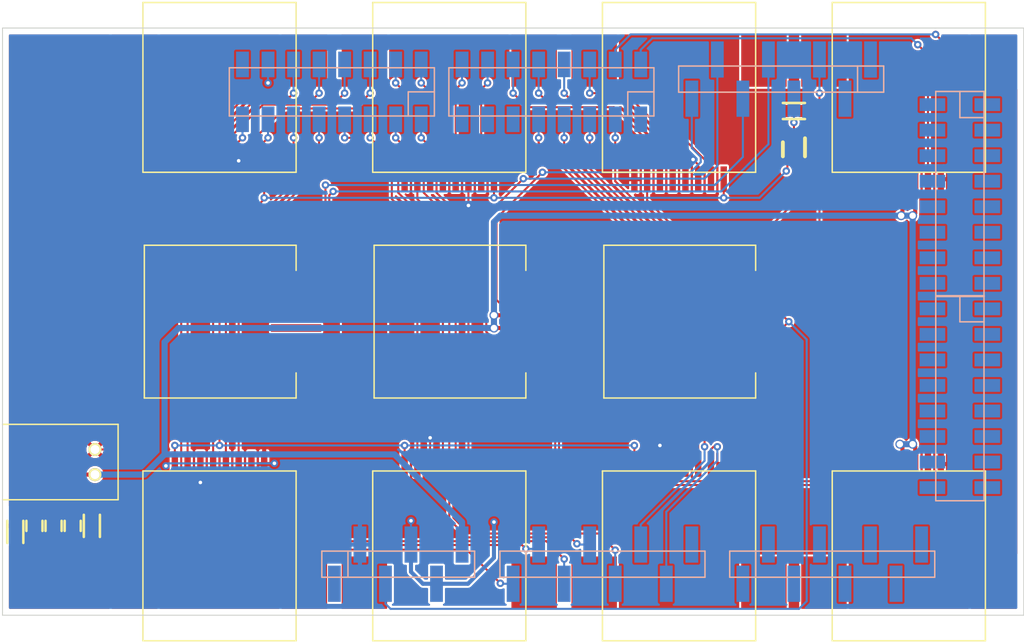
<source format=kicad_pcb>
(kicad_pcb (version 3) (host pcbnew "(2013-07-07 BZR 4022)-stable")
  (layers (15 F.Cu signal) (0 B.Cu signal) (18 B.Paste user) (19 F.Paste user) (20 B.SilkS user) (21 F.SilkS user) (22 B.Mask user) (23 F.Mask user) (28 Edge.Cuts user))
  (net 0 "")
  (net 1 +3.3V)
  (net 2 +5V)
  (net 3 +BATT)
  (net 4 /A0)
  (net 5 /A1)
  (net 6 /A2)
  (net 7 /A3)
  (net 8 /A4)
  (net 9 /A5)
  (net 10 /A6)
  (net 11 /CK10)
  (net 12 /CK11)
  (net 13 /CK12)
  (net 14 /CK13)
  (net 15 /CK2)
  (net 16 /CK3)
  (net 17 /CK4)
  (net 18 /CK5)
  (net 19 /CK6)
  (net 20 /CK7)
  (net 21 /CK71)
  (net 22 /CK72)
  (net 23 /CK73)
  (net 24 /CK74)
  (net 25 /CK78)
  (net 26 /CK79)
  (net 27 /CK8)
  (net 28 /CK80)
  (net 29 /CK81)
  (net 30 /CK82)
  (net 31 /CK83)
  (net 32 /CK84)
  (net 33 /CK85)
  (net 34 /CK9)
  (net 35 /MotorTx)
  (net 36 /RX0)
  (net 37 /RX1)
  (net 38 /RX2)
  (net 39 /RX3)
  (net 40 /TX0)
  (net 41 /TX1)
  (net 42 /TX2)
  (net 43 /TX3)
  (net 44 /VidGnd)
  (net 45 /Video)
  (net 46 GND)
  (net 47 N-0000074)
  (module CONN-WM6469CT (layer F.Cu) (at 140.97 45.72 180)
    (fp_text reference J8 hide)
    (fp_text value DAT hide)
    (pad 1 smd rect (at -4.445 -17.5768 180) (size 0.635 2.54) (layers F.Cu F.Paste F.Mask) (net 40 /TX0))
    (pad 2 smd rect (at -3.175 -17.5768 180) (size 0.635 2.54) (layers F.Cu F.Paste F.Mask) (net 46 GND))
    (pad 3 smd rect (at -1.905 -17.5768 180) (size 0.635 2.54) (layers F.Cu F.Paste F.Mask) (net 36 /RX0))
    (pad 4 smd rect (at -0.635 -17.5768 180) (size 0.635 2.54) (layers F.Cu F.Paste F.Mask) (net 3 +BATT))
    (pad 5 smd rect (at 0.635 -17.5768 180) (size 0.635 2.54) (layers F.Cu F.Paste F.Mask) (net 3 +BATT))
    (pad 6 smd rect (at 1.905 -17.5768 180) (size 0.635 2.54) (layers F.Cu F.Paste F.Mask) (net 46 GND))
    (pad 7 smd rect (at 3.175 -17.5768 180) (size 0.635 2.54) (layers F.Cu F.Paste F.Mask) (net 46 GND))
    (pad 8 smd rect (at 4.445 -17.5768 180) (size 0.635 2.54) (layers F.Cu F.Paste F.Mask) (net 46 GND))
    (pad "" smd rect (at 8.4455 -5.7785 180) (size 4.5212 5.207) (layers F.Cu F.Paste F.Mask))
    (pad "" smd rect (at -8.4455 -5.7785 180) (size 4.5212 5.207) (layers F.Cu F.Paste F.Mask))
  )
  (module CONN-WM6469CT (layer F.Cu) (at 140.97 109.22)
    (fp_text reference J7 hide)
    (fp_text value VID hide)
    (pad 1 smd rect (at -4.445 -17.5768) (size 0.635 2.54) (layers F.Cu F.Paste F.Mask) (net 44 /VidGnd))
    (pad 2 smd rect (at -3.175 -17.5768) (size 0.635 2.54) (layers F.Cu F.Paste F.Mask) (net 45 /Video))
    (pad 3 smd rect (at -1.905 -17.5768) (size 0.635 2.54) (layers F.Cu F.Paste F.Mask))
    (pad 4 smd rect (at -0.635 -17.5768) (size 0.635 2.54) (layers F.Cu F.Paste F.Mask) (net 3 +BATT))
    (pad 5 smd rect (at 0.635 -17.5768) (size 0.635 2.54) (layers F.Cu F.Paste F.Mask) (net 3 +BATT))
    (pad 6 smd rect (at 1.905 -17.5768) (size 0.635 2.54) (layers F.Cu F.Paste F.Mask))
    (pad 7 smd rect (at 3.175 -17.5768) (size 0.635 2.54) (layers F.Cu F.Paste F.Mask) (net 46 GND))
    (pad 8 smd rect (at 4.445 -17.5768) (size 0.635 2.54) (layers F.Cu F.Paste F.Mask) (net 46 GND))
    (pad "" smd rect (at 8.4455 -5.7785) (size 4.5212 5.207) (layers F.Cu F.Paste F.Mask))
    (pad "" smd rect (at -8.4455 -5.7785) (size 4.5212 5.207) (layers F.Cu F.Paste F.Mask))
  )
  (module CONN-WM6469CT (layer F.Cu) (at 118.11 45.72 180)
    (fp_text reference J6 hide)
    (fp_text value MTR6 hide)
    (pad 1 smd rect (at -4.445 -17.5768 180) (size 0.635 2.54) (layers F.Cu F.Paste F.Mask) (net 35 /MotorTx))
    (pad 2 smd rect (at -3.175 -17.5768 180) (size 0.635 2.54) (layers F.Cu F.Paste F.Mask) (net 15 /CK2))
    (pad 3 smd rect (at -1.905 -17.5768 180) (size 0.635 2.54) (layers F.Cu F.Paste F.Mask) (net 1 +3.3V))
    (pad 4 smd rect (at -0.635 -17.5768 180) (size 0.635 2.54) (layers F.Cu F.Paste F.Mask) (net 16 /CK3))
    (pad 5 smd rect (at 0.635 -17.5768 180) (size 0.635 2.54) (layers F.Cu F.Paste F.Mask) (net 17 /CK4))
    (pad 6 smd rect (at 1.905 -17.5768 180) (size 0.635 2.54) (layers F.Cu F.Paste F.Mask) (net 18 /CK5))
    (pad 7 smd rect (at 3.175 -17.5768 180) (size 0.635 2.54) (layers F.Cu F.Paste F.Mask) (net 9 /A5))
    (pad 8 smd rect (at 4.445 -17.5768 180) (size 0.635 2.54) (layers F.Cu F.Paste F.Mask) (net 46 GND))
    (pad "" smd rect (at 8.4455 -5.7785 180) (size 4.5212 5.207) (layers F.Cu F.Paste F.Mask))
    (pad "" smd rect (at -8.4455 -5.7785 180) (size 4.5212 5.207) (layers F.Cu F.Paste F.Mask))
  )
  (module CONN-WM6469CT (layer F.Cu) (at 95.25 45.72 180)
    (fp_text reference J4 hide)
    (fp_text value MTR5 hide)
    (pad 1 smd rect (at -4.445 -17.5768 180) (size 0.635 2.54) (layers F.Cu F.Paste F.Mask) (net 35 /MotorTx))
    (pad 2 smd rect (at -3.175 -17.5768 180) (size 0.635 2.54) (layers F.Cu F.Paste F.Mask) (net 19 /CK6))
    (pad 3 smd rect (at -1.905 -17.5768 180) (size 0.635 2.54) (layers F.Cu F.Paste F.Mask) (net 1 +3.3V))
    (pad 4 smd rect (at -0.635 -17.5768 180) (size 0.635 2.54) (layers F.Cu F.Paste F.Mask) (net 20 /CK7))
    (pad 5 smd rect (at 0.635 -17.5768 180) (size 0.635 2.54) (layers F.Cu F.Paste F.Mask) (net 27 /CK8))
    (pad 6 smd rect (at 1.905 -17.5768 180) (size 0.635 2.54) (layers F.Cu F.Paste F.Mask) (net 34 /CK9))
    (pad 7 smd rect (at 3.175 -17.5768 180) (size 0.635 2.54) (layers F.Cu F.Paste F.Mask) (net 7 /A3))
    (pad 8 smd rect (at 4.445 -17.5768 180) (size 0.635 2.54) (layers F.Cu F.Paste F.Mask) (net 46 GND))
    (pad "" smd rect (at 8.4455 -5.7785 180) (size 4.5212 5.207) (layers F.Cu F.Paste F.Mask))
    (pad "" smd rect (at -8.4455 -5.7785 180) (size 4.5212 5.207) (layers F.Cu F.Paste F.Mask))
  )
  (module CONN-WM6469CT (layer F.Cu) (at 72.39 45.72 180)
    (fp_text reference J2 hide)
    (fp_text value MTR4 hide)
    (pad 1 smd rect (at -4.445 -17.5768 180) (size 0.635 2.54) (layers F.Cu F.Paste F.Mask) (net 35 /MotorTx))
    (pad 2 smd rect (at -3.175 -17.5768 180) (size 0.635 2.54) (layers F.Cu F.Paste F.Mask) (net 11 /CK10))
    (pad 3 smd rect (at -1.905 -17.5768 180) (size 0.635 2.54) (layers F.Cu F.Paste F.Mask) (net 1 +3.3V))
    (pad 4 smd rect (at -0.635 -17.5768 180) (size 0.635 2.54) (layers F.Cu F.Paste F.Mask) (net 12 /CK11))
    (pad 5 smd rect (at 0.635 -17.5768 180) (size 0.635 2.54) (layers F.Cu F.Paste F.Mask) (net 13 /CK12))
    (pad 6 smd rect (at 1.905 -17.5768 180) (size 0.635 2.54) (layers F.Cu F.Paste F.Mask) (net 14 /CK13))
    (pad 7 smd rect (at 3.175 -17.5768 180) (size 0.635 2.54) (layers F.Cu F.Paste F.Mask) (net 5 /A1))
    (pad 8 smd rect (at 4.445 -17.5768 180) (size 0.635 2.54) (layers F.Cu F.Paste F.Mask) (net 46 GND))
    (pad "" smd rect (at 8.4455 -5.7785 180) (size 4.5212 5.207) (layers F.Cu F.Paste F.Mask))
    (pad "" smd rect (at -8.4455 -5.7785 180) (size 4.5212 5.207) (layers F.Cu F.Paste F.Mask))
  )
  (module CONN-WM6469CT (layer F.Cu) (at 118.11 109.22)
    (fp_text reference J5 hide)
    (fp_text value MTR3 hide)
    (pad 1 smd rect (at -4.445 -17.5768) (size 0.635 2.54) (layers F.Cu F.Paste F.Mask) (net 35 /MotorTx))
    (pad 2 smd rect (at -3.175 -17.5768) (size 0.635 2.54) (layers F.Cu F.Paste F.Mask) (net 24 /CK74))
    (pad 3 smd rect (at -1.905 -17.5768) (size 0.635 2.54) (layers F.Cu F.Paste F.Mask) (net 1 +3.3V))
    (pad 4 smd rect (at -0.635 -17.5768) (size 0.635 2.54) (layers F.Cu F.Paste F.Mask) (net 23 /CK73))
    (pad 5 smd rect (at 0.635 -17.5768) (size 0.635 2.54) (layers F.Cu F.Paste F.Mask) (net 22 /CK72))
    (pad 6 smd rect (at 1.905 -17.5768) (size 0.635 2.54) (layers F.Cu F.Paste F.Mask) (net 21 /CK71))
    (pad 7 smd rect (at 3.175 -17.5768) (size 0.635 2.54) (layers F.Cu F.Paste F.Mask) (net 10 /A6))
    (pad 8 smd rect (at 4.445 -17.5768) (size 0.635 2.54) (layers F.Cu F.Paste F.Mask) (net 46 GND))
    (pad "" smd rect (at 8.4455 -5.7785) (size 4.5212 5.207) (layers F.Cu F.Paste F.Mask))
    (pad "" smd rect (at -8.4455 -5.7785) (size 4.5212 5.207) (layers F.Cu F.Paste F.Mask))
  )
  (module CONN-WM6469CT (layer F.Cu) (at 95.25 109.22)
    (fp_text reference J3 hide)
    (fp_text value MTR2 hide)
    (pad 1 smd rect (at -4.445 -17.5768) (size 0.635 2.54) (layers F.Cu F.Paste F.Mask) (net 35 /MotorTx))
    (pad 2 smd rect (at -3.175 -17.5768) (size 0.635 2.54) (layers F.Cu F.Paste F.Mask) (net 29 /CK81))
    (pad 3 smd rect (at -1.905 -17.5768) (size 0.635 2.54) (layers F.Cu F.Paste F.Mask) (net 1 +3.3V))
    (pad 4 smd rect (at -0.635 -17.5768) (size 0.635 2.54) (layers F.Cu F.Paste F.Mask) (net 28 /CK80))
    (pad 5 smd rect (at 0.635 -17.5768) (size 0.635 2.54) (layers F.Cu F.Paste F.Mask) (net 26 /CK79))
    (pad 6 smd rect (at 1.905 -17.5768) (size 0.635 2.54) (layers F.Cu F.Paste F.Mask) (net 25 /CK78))
    (pad 7 smd rect (at 3.175 -17.5768) (size 0.635 2.54) (layers F.Cu F.Paste F.Mask) (net 8 /A4))
    (pad 8 smd rect (at 4.445 -17.5768) (size 0.635 2.54) (layers F.Cu F.Paste F.Mask) (net 46 GND))
    (pad "" smd rect (at 8.4455 -5.7785) (size 4.5212 5.207) (layers F.Cu F.Paste F.Mask))
    (pad "" smd rect (at -8.4455 -5.7785) (size 4.5212 5.207) (layers F.Cu F.Paste F.Mask))
  )
  (module CONN-WM6469CT (layer F.Cu) (at 72.39 109.22)
    (fp_text reference J1 hide)
    (fp_text value MTR1 hide)
    (pad 1 smd rect (at -4.445 -17.5768) (size 0.635 2.54) (layers F.Cu F.Paste F.Mask) (net 35 /MotorTx))
    (pad 2 smd rect (at -3.175 -17.5768) (size 0.635 2.54) (layers F.Cu F.Paste F.Mask) (net 33 /CK85))
    (pad 3 smd rect (at -1.905 -17.5768) (size 0.635 2.54) (layers F.Cu F.Paste F.Mask) (net 1 +3.3V))
    (pad 4 smd rect (at -0.635 -17.5768) (size 0.635 2.54) (layers F.Cu F.Paste F.Mask) (net 32 /CK84))
    (pad 5 smd rect (at 0.635 -17.5768) (size 0.635 2.54) (layers F.Cu F.Paste F.Mask) (net 31 /CK83))
    (pad 6 smd rect (at 1.905 -17.5768) (size 0.635 2.54) (layers F.Cu F.Paste F.Mask) (net 30 /CK82))
    (pad 7 smd rect (at 3.175 -17.5768) (size 0.635 2.54) (layers F.Cu F.Paste F.Mask) (net 6 /A2))
    (pad 8 smd rect (at 4.445 -17.5768) (size 0.635 2.54) (layers F.Cu F.Paste F.Mask) (net 46 GND))
    (pad "" smd rect (at 8.4455 -5.7785) (size 4.5212 5.207) (layers F.Cu F.Paste F.Mask))
    (pad "" smd rect (at -8.4455 -5.7785) (size 4.5212 5.207) (layers F.Cu F.Paste F.Mask))
  )
  (module CONN-WM3553CT (layer F.Cu) (at 102.87 77.47 90)
    (fp_text reference J10 hide)
    (fp_text value CAM hide)
    (pad 1 smd rect (at 4.445 0 90) (size 0.76 5) (layers F.Cu F.Paste F.Mask) (net 44 /VidGnd))
    (pad 2 smd rect (at 3.175 0 90) (size 0.76 5) (layers F.Cu F.Paste F.Mask) (net 45 /Video))
    (pad 3 smd rect (at 1.905 0 90) (size 0.76 5) (layers F.Cu F.Paste F.Mask) (net 43 /TX3))
    (pad 4 smd rect (at 0.635 0 90) (size 0.76 5) (layers F.Cu F.Paste F.Mask) (net 3 +BATT))
    (pad 5 smd rect (at -0.635 0 90) (size 0.76 5) (layers F.Cu F.Paste F.Mask) (net 3 +BATT))
    (pad 6 smd rect (at -1.905 0 90) (size 0.76 5) (layers F.Cu F.Paste F.Mask) (net 39 /RX3))
    (pad 7 smd rect (at -3.175 0 90) (size 0.76 5) (layers F.Cu F.Paste F.Mask) (net 46 GND))
    (pad 8 smd rect (at -4.445 0 90) (size 0.76 5) (layers F.Cu F.Paste F.Mask) (net 46 GND))
    (pad "" smd rect (at 0 -16.05 90) (size 8.8 4.5) (layers F.Cu F.Paste F.Mask))
  )
  (module CONN-WM3553CT (layer F.Cu) (at 80.01 77.47 90)
    (fp_text reference J9 hide)
    (fp_text value ARM hide)
    (pad 1 smd rect (at 4.445 0 90) (size 0.76 5) (layers F.Cu F.Paste F.Mask) (net 42 /TX2))
    (pad 2 smd rect (at 3.175 0 90) (size 0.76 5) (layers F.Cu F.Paste F.Mask) (net 46 GND))
    (pad 3 smd rect (at 1.905 0 90) (size 0.76 5) (layers F.Cu F.Paste F.Mask) (net 38 /RX2))
    (pad 4 smd rect (at 0.635 0 90) (size 0.76 5) (layers F.Cu F.Paste F.Mask))
    (pad 5 smd rect (at -0.635 0 90) (size 0.76 5) (layers F.Cu F.Paste F.Mask))
    (pad 6 smd rect (at -1.905 0 90) (size 0.76 5) (layers F.Cu F.Paste F.Mask) (net 46 GND))
    (pad 7 smd rect (at -3.175 0 90) (size 0.76 5) (layers F.Cu F.Paste F.Mask))
    (pad 8 smd rect (at -4.445 0 90) (size 0.76 5) (layers F.Cu F.Paste F.Mask))
    (pad "" smd rect (at 0 -16.05 90) (size 8.8 4.5) (layers F.Cu F.Paste F.Mask))
  )
  (module HDRV16W64P254_8X2-SMT (layer B.Cu) (at 146.05 85.09 270)
    (fp_text reference J18 hide)
    (fp_text value CK-X1 hide)
    (pad 1 smd rect (at -8.89 -2.73 270) (size 1.27 2.54) (layers B.Cu B.Paste B.Mask))
    (pad 2 smd rect (at -8.89 2.73 270) (size 1.27 2.54) (layers B.Cu B.Paste B.Mask))
    (pad 3 smd rect (at -6.35 -2.73 270) (size 1.27 2.54) (layers B.Cu B.Paste B.Mask))
    (pad 4 smd rect (at -6.35 2.73 270) (size 1.27 2.54) (layers B.Cu B.Paste B.Mask))
    (pad 5 smd rect (at -3.81 -2.73 270) (size 1.27 2.54) (layers B.Cu B.Paste B.Mask))
    (pad 6 smd rect (at -3.81 2.73 270) (size 1.27 2.54) (layers B.Cu B.Paste B.Mask))
    (pad 7 smd rect (at -1.27 -2.73 270) (size 1.27 2.54) (layers B.Cu B.Paste B.Mask))
    (pad 8 smd rect (at -1.27 2.73 270) (size 1.27 2.54) (layers B.Cu B.Paste B.Mask))
    (pad 9 smd rect (at 1.27 -2.73 270) (size 1.27 2.54) (layers B.Cu B.Paste B.Mask))
    (pad 10 smd rect (at 1.27 2.73 270) (size 1.27 2.54) (layers B.Cu B.Paste B.Mask))
    (pad 11 smd rect (at 3.81 -2.73 270) (size 1.27 2.54) (layers B.Cu B.Paste B.Mask))
    (pad 12 smd rect (at 3.81 2.73 270) (size 1.27 2.54) (layers B.Cu B.Paste B.Mask))
    (pad 13 smd rect (at 6.35 -2.73 270) (size 1.27 2.54) (layers B.Cu B.Paste B.Mask))
    (pad 14 smd rect (at 6.35 2.73 270) (size 1.27 2.54) (layers B.Cu B.Paste B.Mask))
    (pad 15 smd rect (at 8.89 -2.73 270) (size 1.27 2.54) (layers B.Cu B.Paste B.Mask))
    (pad 16 smd rect (at 8.89 2.73 270) (size 1.27 2.54) (layers B.Cu B.Paste B.Mask))
  )
  (module HDRV16W64P254_8X2-SMT (layer B.Cu) (at 146.05 64.77 270)
    (fp_text reference J16 hide)
    (fp_text value CK-X0 hide)
    (pad 1 smd rect (at -8.89 -2.73 270) (size 1.27 2.54) (layers B.Cu B.Paste B.Mask))
    (pad 2 smd rect (at -8.89 2.73 270) (size 1.27 2.54) (layers B.Cu B.Paste B.Mask))
    (pad 3 smd rect (at -6.35 -2.73 270) (size 1.27 2.54) (layers B.Cu B.Paste B.Mask))
    (pad 4 smd rect (at -6.35 2.73 270) (size 1.27 2.54) (layers B.Cu B.Paste B.Mask))
    (pad 5 smd rect (at -3.81 -2.73 270) (size 1.27 2.54) (layers B.Cu B.Paste B.Mask))
    (pad 6 smd rect (at -3.81 2.73 270) (size 1.27 2.54) (layers B.Cu B.Paste B.Mask))
    (pad 7 smd rect (at -1.27 -2.73 270) (size 1.27 2.54) (layers B.Cu B.Paste B.Mask))
    (pad 8 smd rect (at -1.27 2.73 270) (size 1.27 2.54) (layers B.Cu B.Paste B.Mask))
    (pad 9 smd rect (at 1.27 -2.73 270) (size 1.27 2.54) (layers B.Cu B.Paste B.Mask))
    (pad 10 smd rect (at 1.27 2.73 270) (size 1.27 2.54) (layers B.Cu B.Paste B.Mask))
    (pad 11 smd rect (at 3.81 -2.73 270) (size 1.27 2.54) (layers B.Cu B.Paste B.Mask))
    (pad 12 smd rect (at 3.81 2.73 270) (size 1.27 2.54) (layers B.Cu B.Paste B.Mask))
    (pad 13 smd rect (at 6.35 -2.73 270) (size 1.27 2.54) (layers B.Cu B.Paste B.Mask))
    (pad 14 smd rect (at 6.35 2.73 270) (size 1.27 2.54) (layers B.Cu B.Paste B.Mask))
    (pad 15 smd rect (at 8.89 -2.73 270) (size 1.27 2.54) (layers B.Cu B.Paste B.Mask))
    (pad 16 smd rect (at 8.89 2.73 270) (size 1.27 2.54) (layers B.Cu B.Paste B.Mask))
  )
  (module HDRV16W64P254_8X2-SMT (layer B.Cu) (at 83.566 54.61 180)
    (fp_text reference J17 hide)
    (fp_text value CK-D1 hide)
    (pad 1 smd rect (at -8.89 -2.73 180) (size 1.27 2.54) (layers B.Cu B.Paste B.Mask) (net 25 /CK78))
    (pad 2 smd rect (at -8.89 2.73 180) (size 1.27 2.54) (layers B.Cu B.Paste B.Mask) (net 27 /CK8))
    (pad 3 smd rect (at -6.35 -2.73 180) (size 1.27 2.54) (layers B.Cu B.Paste B.Mask) (net 26 /CK79))
    (pad 4 smd rect (at -6.35 2.73 180) (size 1.27 2.54) (layers B.Cu B.Paste B.Mask) (net 34 /CK9))
    (pad 5 smd rect (at -3.81 -2.73 180) (size 1.27 2.54) (layers B.Cu B.Paste B.Mask) (net 28 /CK80))
    (pad 6 smd rect (at -3.81 2.73 180) (size 1.27 2.54) (layers B.Cu B.Paste B.Mask) (net 11 /CK10))
    (pad 7 smd rect (at -1.27 -2.73 180) (size 1.27 2.54) (layers B.Cu B.Paste B.Mask) (net 29 /CK81))
    (pad 8 smd rect (at -1.27 2.73 180) (size 1.27 2.54) (layers B.Cu B.Paste B.Mask) (net 12 /CK11))
    (pad 9 smd rect (at 1.27 -2.73 180) (size 1.27 2.54) (layers B.Cu B.Paste B.Mask) (net 30 /CK82))
    (pad 10 smd rect (at 1.27 2.73 180) (size 1.27 2.54) (layers B.Cu B.Paste B.Mask) (net 13 /CK12))
    (pad 11 smd rect (at 3.81 -2.73 180) (size 1.27 2.54) (layers B.Cu B.Paste B.Mask) (net 31 /CK83))
    (pad 12 smd rect (at 3.81 2.73 180) (size 1.27 2.54) (layers B.Cu B.Paste B.Mask) (net 14 /CK13))
    (pad 13 smd rect (at 6.35 -2.73 180) (size 1.27 2.54) (layers B.Cu B.Paste B.Mask) (net 32 /CK84))
    (pad 14 smd rect (at 6.35 2.73 180) (size 1.27 2.54) (layers B.Cu B.Paste B.Mask) (net 46 GND))
    (pad 15 smd rect (at 8.89 -2.73 180) (size 1.27 2.54) (layers B.Cu B.Paste B.Mask) (net 33 /CK85))
    (pad 16 smd rect (at 8.89 2.73 180) (size 1.27 2.54) (layers B.Cu B.Paste B.Mask))
  )
  (module HDRV16W64P254_8X2-SMT (layer B.Cu) (at 105.41 54.61 180)
    (fp_text reference J15 hide)
    (fp_text value CK-D0 hide)
    (pad 1 smd rect (at -8.89 -2.73 180) (size 1.27 2.54) (layers B.Cu B.Paste B.Mask))
    (pad 2 smd rect (at -8.89 2.73 180) (size 1.27 2.54) (layers B.Cu B.Paste B.Mask) (net 36 /RX0))
    (pad 3 smd rect (at -6.35 -2.73 180) (size 1.27 2.54) (layers B.Cu B.Paste B.Mask) (net 21 /CK71))
    (pad 4 smd rect (at -6.35 2.73 180) (size 1.27 2.54) (layers B.Cu B.Paste B.Mask) (net 40 /TX0))
    (pad 5 smd rect (at -3.81 -2.73 180) (size 1.27 2.54) (layers B.Cu B.Paste B.Mask) (net 22 /CK72))
    (pad 6 smd rect (at -3.81 2.73 180) (size 1.27 2.54) (layers B.Cu B.Paste B.Mask) (net 15 /CK2))
    (pad 7 smd rect (at -1.27 -2.73 180) (size 1.27 2.54) (layers B.Cu B.Paste B.Mask) (net 23 /CK73))
    (pad 8 smd rect (at -1.27 2.73 180) (size 1.27 2.54) (layers B.Cu B.Paste B.Mask) (net 16 /CK3))
    (pad 9 smd rect (at 1.27 -2.73 180) (size 1.27 2.54) (layers B.Cu B.Paste B.Mask) (net 24 /CK74))
    (pad 10 smd rect (at 1.27 2.73 180) (size 1.27 2.54) (layers B.Cu B.Paste B.Mask) (net 17 /CK4))
    (pad 11 smd rect (at 3.81 -2.73 180) (size 1.27 2.54) (layers B.Cu B.Paste B.Mask))
    (pad 12 smd rect (at 3.81 2.73 180) (size 1.27 2.54) (layers B.Cu B.Paste B.Mask) (net 18 /CK5))
    (pad 13 smd rect (at 6.35 -2.73 180) (size 1.27 2.54) (layers B.Cu B.Paste B.Mask))
    (pad 14 smd rect (at 6.35 2.73 180) (size 1.27 2.54) (layers B.Cu B.Paste B.Mask) (net 19 /CK6))
    (pad 15 smd rect (at 8.89 -2.73 180) (size 1.27 2.54) (layers B.Cu B.Paste B.Mask))
    (pad 16 smd rect (at 8.89 2.73 180) (size 1.27 2.54) (layers B.Cu B.Paste B.Mask) (net 20 /CK7))
  )
  (module HDRV6W38P254_6X1-SMT (layer B.Cu) (at 90.17 101.6)
    (fp_text reference J11 hide)
    (fp_text value CK-PWR hide)
    (pad 1 smd rect (at -6.35 1.95) (size 1.27 3.6) (layers B.Cu B.Paste B.Mask))
    (pad 2 smd rect (at -3.81 -1.95) (size 1.27 3.6) (layers B.Cu B.Paste B.Mask) (net 1 +3.3V))
    (pad 3 smd rect (at -1.27 1.95) (size 1.27 3.6) (layers B.Cu B.Paste B.Mask) (net 2 +5V))
    (pad 4 smd rect (at 1.27 -1.95) (size 1.27 3.6) (layers B.Cu B.Paste B.Mask) (net 46 GND))
    (pad 5 smd rect (at 3.81 1.95) (size 1.27 3.6) (layers B.Cu B.Paste B.Mask) (net 46 GND))
    (pad 6 smd rect (at 6.35 -1.95) (size 1.27 3.6) (layers B.Cu B.Paste B.Mask) (net 3 +BATT))
  )
  (module HDRV8W38P254_8X1-SMT (layer B.Cu) (at 128.27 53.34 180)
    (fp_text reference J14 hide)
    (fp_text value CK-COM hide)
    (pad 1 smd rect (at -8.89 1.95 180) (size 1.27 3.6) (layers B.Cu B.Paste B.Mask))
    (pad 2 smd rect (at -6.35 -1.95 180) (size 1.27 3.6) (layers B.Cu B.Paste B.Mask))
    (pad 3 smd rect (at -3.81 1.95 180) (size 1.27 3.6) (layers B.Cu B.Paste B.Mask) (net 37 /RX1))
    (pad 4 smd rect (at -1.27 -1.95 180) (size 1.27 3.6) (layers B.Cu B.Paste B.Mask) (net 41 /TX1))
    (pad 5 smd rect (at 1.27 1.95 180) (size 1.27 3.6) (layers B.Cu B.Paste B.Mask) (net 38 /RX2))
    (pad 6 smd rect (at 3.81 -1.95 180) (size 1.27 3.6) (layers B.Cu B.Paste B.Mask) (net 42 /TX2))
    (pad 7 smd rect (at 6.35 1.95 180) (size 1.27 3.6) (layers B.Cu B.Paste B.Mask) (net 39 /RX3))
    (pad 8 smd rect (at 8.89 -1.95 180) (size 1.27 3.6) (layers B.Cu B.Paste B.Mask) (net 43 /TX3))
  )
  (module HDRV8W38P254_8X1-SMT (layer B.Cu) (at 133.35 101.6)
    (fp_text reference J13 hide)
    (fp_text value CK-A1 hide)
    (pad 1 smd rect (at -8.89 1.95) (size 1.27 3.6) (layers B.Cu B.Paste B.Mask))
    (pad 2 smd rect (at -6.35 -1.95) (size 1.27 3.6) (layers B.Cu B.Paste B.Mask))
    (pad 3 smd rect (at -3.81 1.95) (size 1.27 3.6) (layers B.Cu B.Paste B.Mask))
    (pad 4 smd rect (at -1.27 -1.95) (size 1.27 3.6) (layers B.Cu B.Paste B.Mask))
    (pad 5 smd rect (at 1.27 1.95) (size 1.27 3.6) (layers B.Cu B.Paste B.Mask))
    (pad 6 smd rect (at 3.81 -1.95) (size 1.27 3.6) (layers B.Cu B.Paste B.Mask))
    (pad 7 smd rect (at 6.35 1.95) (size 1.27 3.6) (layers B.Cu B.Paste B.Mask))
    (pad 8 smd rect (at 8.89 -1.95) (size 1.27 3.6) (layers B.Cu B.Paste B.Mask))
  )
  (module HDRV8W38P254_8X1-SMT (layer B.Cu) (at 110.49 101.6)
    (fp_text reference J12 hide)
    (fp_text value CK-A0 hide)
    (pad 1 smd rect (at -8.89 1.95) (size 1.27 3.6) (layers B.Cu B.Paste B.Mask) (net 4 /A0))
    (pad 2 smd rect (at -6.35 -1.95) (size 1.27 3.6) (layers B.Cu B.Paste B.Mask) (net 5 /A1))
    (pad 3 smd rect (at -3.81 1.95) (size 1.27 3.6) (layers B.Cu B.Paste B.Mask) (net 6 /A2))
    (pad 4 smd rect (at -1.27 -1.95) (size 1.27 3.6) (layers B.Cu B.Paste B.Mask) (net 7 /A3))
    (pad 5 smd rect (at 1.27 1.95) (size 1.27 3.6) (layers B.Cu B.Paste B.Mask) (net 8 /A4))
    (pad 6 smd rect (at 3.81 -1.95) (size 1.27 3.6) (layers B.Cu B.Paste B.Mask) (net 9 /A5))
    (pad 7 smd rect (at 6.35 1.95) (size 1.27 3.6) (layers B.Cu B.Paste B.Mask) (net 10 /A6))
    (pad 8 smd rect (at 8.89 -1.95) (size 1.27 3.6) (layers B.Cu B.Paste B.Mask))
  )
  (module SOT65P210X110-5N (layer F.Cu) (at 129.54 60.325 180)
    (fp_text reference U1 hide)
    (fp_text value SN74LVC1G125 hide)
    (pad 1 smd rect (at -0.65 1.1 180) (size 0.4 0.9) (layers F.Cu F.Paste F.Mask) (net 2 +5V))
    (pad 2 smd rect (at 0 1.1 180) (size 0.4 0.9) (layers F.Cu F.Paste F.Mask) (net 41 /TX1))
    (pad 3 smd rect (at 0.65 1.1 180) (size 0.4 0.9) (layers F.Cu F.Paste F.Mask) (net 46 GND))
    (pad 4 smd rect (at 0.65 -1.1 180) (size 0.4 0.9) (layers F.Cu F.Paste F.Mask) (net 35 /MotorTx))
    (pad 5 smd rect (at -0.65 -1.1 180) (size 0.4 0.9) (layers F.Cu F.Paste F.Mask) (net 2 +5V))
  )
  (module CONN-WM3553CT (layer F.Cu) (at 125.73 77.47 90)
    (fp_text reference J19 hide)
    (fp_text value GPS hide)
    (pad 1 smd rect (at 4.445 0 90) (size 0.76 5) (layers F.Cu F.Paste F.Mask) (net 37 /RX1))
    (pad 2 smd rect (at 3.175 0 90) (size 0.76 5) (layers F.Cu F.Paste F.Mask) (net 46 GND))
    (pad 3 smd rect (at 1.905 0 90) (size 0.76 5) (layers F.Cu F.Paste F.Mask))
    (pad 4 smd rect (at 0.635 0 90) (size 0.76 5) (layers F.Cu F.Paste F.Mask) (net 2 +5V))
    (pad 5 smd rect (at -0.635 0 90) (size 0.76 5) (layers F.Cu F.Paste F.Mask) (net 2 +5V))
    (pad 6 smd rect (at -1.905 0 90) (size 0.76 5) (layers F.Cu F.Paste F.Mask))
    (pad 7 smd rect (at -3.175 0 90) (size 0.76 5) (layers F.Cu F.Paste F.Mask) (net 46 GND))
    (pad 8 smd rect (at -4.445 0 90) (size 0.76 5) (layers F.Cu F.Paste F.Mask) (net 46 GND))
    (pad "" smd rect (at 0 -16.05 90) (size 8.8 4.5) (layers F.Cu F.Paste F.Mask))
  )
  (module CAPC2012 (layer F.Cu) (at 129.54 56.515 180)
    (fp_text reference C1 hide)
    (fp_text value 0.1uF hide)
    (pad 1 smd rect (at -1.1 0 180) (size 1.2 1.2) (layers F.Cu F.Paste F.Mask) (net 2 +5V))
    (pad 2 smd rect (at 1.1 0 180) (size 1.2 1.2) (layers F.Cu F.Paste F.Mask) (net 46 GND))
  )
  (module RESC2012 (layer F.Cu) (at 55.88 97.79 90)
    (fp_text reference R1 hide)
    (fp_text value 36k hide)
    (pad 1 smd rect (at -1.1 0 90) (size 1.2 1.2) (layers F.Cu F.Paste F.Mask) (net 4 /A0))
    (pad 2 smd rect (at 1.1 0 90) (size 1.2 1.2) (layers F.Cu F.Paste F.Mask) (net 3 +BATT))
  )
  (module RESC2012 (layer F.Cu) (at 57.785 97.79 270)
    (fp_text reference R2 hide)
    (fp_text value 10k hide)
    (pad 1 smd rect (at -1.1 0 270) (size 1.2 1.2) (layers F.Cu F.Paste F.Mask) (net 46 GND))
    (pad 2 smd rect (at 1.1 0 270) (size 1.2 1.2) (layers F.Cu F.Paste F.Mask) (net 4 /A0))
  )
  (module CAPC2012 (layer F.Cu) (at 59.69 97.79 90)
    (fp_text reference C2 hide)
    (fp_text value 0.1uF hide)
    (pad 1 smd rect (at -1.1 0 90) (size 1.2 1.2) (layers F.Cu F.Paste F.Mask) (net 4 /A0))
    (pad 2 smd rect (at 1.1 0 90) (size 1.2 1.2) (layers F.Cu F.Paste F.Mask) (net 46 GND))
  )
  (module CONN-JST-XH-2 (layer F.Cu) (at 50.8 91.44 90)
    (fp_text reference J20 hide)
    (fp_text value CONN-DC hide)
    (pad 1 thru_hole circle (at -1.25 9.2 90) (size 1.3 1.3) (drill 0.9) (layers *.Cu *.Mask F.SilkS) (net 3 +BATT))
    (pad 2 thru_hole circle (at 1.25 9.2 90) (size 1.3 1.3) (drill 0.9) (layers *.Cu *.Mask F.SilkS) (net 46 GND))
  )
  (module RESC2012 (layer F.Cu) (at 53.975 97.79 90)
    (fp_text reference R3 hide)
    (fp_text value R hide)
    (pad 1 smd rect (at -1.1 0 90) (size 1.2 1.2) (layers F.Cu F.Paste F.Mask) (net 47 N-0000074))
    (pad 2 smd rect (at 1.1 0 90) (size 1.2 1.2) (layers F.Cu F.Paste F.Mask) (net 3 +BATT))
  )
  (module LEDC2012 (layer F.Cu) (at 52.07 97.79 270)
    (fp_text reference D1 hide)
    (fp_text value LED hide)
    (pad 1 smd rect (at -1.1 0 270) (size 1.2 1.2) (layers F.Cu F.Paste F.Mask) (net 46 GND))
    (pad 2 smd rect (at 1.1 0 270) (size 1.2 1.2) (layers F.Cu F.Paste F.Mask) (net 47 N-0000074))
  )
  (gr_line (start 50.8 48.26) (end 50.8 106.68) (angle 90) (layer Edge.Cuts) (width 0.1))
  (gr_line (start 152.4 48.26) (end 50.8 48.26) (angle 90) (layer Edge.Cuts) (width 0.1))
  (gr_line (start 152.4 106.68) (end 152.4 48.26) (angle 90) (layer Edge.Cuts) (width 0.1))
  (gr_line (start 50.8 106.68) (end 152.4 106.68) (angle 90) (layer Edge.Cuts) (width 0.1))
  (segment (start 120.015 63.2968) (end 120.015 61.849) (width 0.2032) (layer F.Cu) (net 1))
  (via (at 119.507 61.341) (size 0.7366) (layers F.Cu B.Cu) (net 1))
  (segment (start 120.015 61.849) (end 119.507 61.341) (width 0.2032) (layer F.Cu) (net 1))
  (segment (start 97.155 63.2968) (end 97.155 65.913) (width 0.2032) (layer F.Cu) (net 1))
  (via (at 97.155 65.913) (size 0.7366) (layers F.Cu B.Cu) (net 1))
  (segment (start 116.205 91.6432) (end 116.205 89.789) (width 0.2032) (layer F.Cu) (net 1))
  (via (at 116.205 89.789) (size 0.7366) (layers F.Cu B.Cu) (net 1))
  (segment (start 93.345 91.6432) (end 93.345 89.027) (width 0.2032) (layer F.Cu) (net 1))
  (via (at 93.345 89.027) (size 0.7366) (layers F.Cu B.Cu) (net 1))
  (segment (start 74.295 63.2968) (end 74.295 61.468) (width 0.2032) (layer F.Cu) (net 1))
  (via (at 74.295 61.468) (size 0.7366) (layers F.Cu B.Cu) (net 1))
  (segment (start 70.485 91.6432) (end 70.485 93.472) (width 0.2032) (layer F.Cu) (net 1))
  (via (at 70.485 93.472) (size 0.7366) (layers F.Cu B.Cu) (net 1))
  (segment (start 125.73 78.105) (end 128.397 78.105) (width 0.2032) (layer F.Cu) (net 2))
  (segment (start 128.397 78.105) (end 129.032 77.47) (width 0.2032) (layer F.Cu) (net 2))
  (segment (start 125.73 76.835) (end 128.397 76.835) (width 0.2032) (layer F.Cu) (net 2))
  (segment (start 128.397 76.835) (end 129.032 77.47) (width 0.2032) (layer F.Cu) (net 2))
  (segment (start 130.81 105.283) (end 130.81 79.375) (width 0.2032) (layer B.Cu) (net 2))
  (via (at 129.032 77.47) (size 0.7366) (layers F.Cu B.Cu) (net 2))
  (segment (start 129.032 77.47) (end 130.81 79.248) (width 0.2032) (layer B.Cu) (net 2))
  (segment (start 130.81 79.248) (end 130.81 79.375) (width 0.2032) (layer B.Cu) (net 2))
  (segment (start 88.9 105.537) (end 88.9 103.55) (width 0.2032) (layer B.Cu) (net 2))
  (segment (start 88.9 105.537) (end 89.408 106.045) (width 0.2032) (layer B.Cu) (net 2))
  (segment (start 89.408 106.045) (end 130.048 106.045) (width 0.2032) (layer B.Cu) (net 2))
  (segment (start 130.048 106.045) (end 130.81 105.283) (width 0.2032) (layer B.Cu) (net 2))
  (segment (start 125.73 76.835) (end 122.809 76.835) (width 0.2032) (layer F.Cu) (net 2))
  (segment (start 130.19 61.425) (end 130.19 65.009) (width 0.2032) (layer F.Cu) (net 2))
  (segment (start 122.809 78.105) (end 125.73 78.105) (width 0.2032) (layer F.Cu) (net 2))
  (segment (start 122.809 72.39) (end 122.809 76.835) (width 0.2032) (layer F.Cu) (net 2))
  (segment (start 122.809 76.835) (end 122.809 78.105) (width 0.2032) (layer F.Cu) (net 2))
  (segment (start 130.19 65.009) (end 122.809 72.39) (width 0.2032) (layer F.Cu) (net 2))
  (segment (start 130.19 59.225) (end 130.19 61.425) (width 0.2032) (layer F.Cu) (net 2))
  (segment (start 130.64 56.515) (end 130.64 57.32) (width 0.2032) (layer F.Cu) (net 2))
  (segment (start 130.19 57.77) (end 130.19 59.225) (width 0.2032) (layer F.Cu) (net 2))
  (segment (start 130.64 57.32) (end 130.19 57.77) (width 0.2032) (layer F.Cu) (net 2))
  (segment (start 60 92.69) (end 64.917 92.69) (width 0.6096) (layer B.Cu) (net 3))
  (segment (start 64.917 92.69) (end 66.929 90.678) (width 0.6096) (layer B.Cu) (net 3))
  (segment (start 140.335 63.2968) (end 140.335 66.802) (width 0.4064) (layer F.Cu) (net 3))
  (via (at 140.208 66.929) (size 0.889) (layers F.Cu B.Cu) (net 3))
  (segment (start 140.335 66.802) (end 140.208 66.929) (width 0.4064) (layer F.Cu) (net 3))
  (segment (start 141.605 63.2968) (end 141.605 66.675) (width 0.4064) (layer F.Cu) (net 3))
  (via (at 141.351 66.929) (size 0.889) (layers F.Cu B.Cu) (net 3))
  (segment (start 141.605 66.675) (end 141.351 66.929) (width 0.4064) (layer F.Cu) (net 3))
  (segment (start 141.351 89.662) (end 141.351 66.929) (width 0.6096) (layer B.Cu) (net 3))
  (segment (start 99.695 67.564) (end 99.695 76.835) (width 0.6096) (layer B.Cu) (net 3))
  (segment (start 99.695 67.564) (end 100.33 66.929) (width 0.6096) (layer B.Cu) (net 3))
  (segment (start 100.33 66.929) (end 140.208 66.929) (width 0.6096) (layer B.Cu) (net 3))
  (segment (start 140.208 66.929) (end 141.351 66.929) (width 0.6096) (layer B.Cu) (net 3))
  (segment (start 99.695 78.105) (end 68.326 78.105) (width 0.6096) (layer B.Cu) (net 3))
  (segment (start 68.326 78.105) (end 66.929 79.502) (width 0.6096) (layer B.Cu) (net 3))
  (segment (start 66.929 79.502) (end 66.929 90.678) (width 0.6096) (layer B.Cu) (net 3))
  (segment (start 96.52 97.409) (end 96.52 99.65) (width 0.6096) (layer B.Cu) (net 3))
  (segment (start 89.789 90.678) (end 96.52 97.409) (width 0.6096) (layer B.Cu) (net 3))
  (segment (start 66.929 90.678) (end 89.789 90.678) (width 0.6096) (layer B.Cu) (net 3))
  (segment (start 141.351 89.662) (end 140.081 89.662) (width 0.6096) (layer B.Cu) (net 3))
  (segment (start 140.335 89.916) (end 140.335 91.6432) (width 0.4064) (layer F.Cu) (net 3))
  (via (at 140.081 89.662) (size 0.889) (layers F.Cu B.Cu) (net 3))
  (segment (start 140.335 89.916) (end 140.081 89.662) (width 0.4064) (layer F.Cu) (net 3))
  (segment (start 141.605 89.916) (end 141.351 89.662) (width 0.4064) (layer F.Cu) (net 3))
  (segment (start 141.605 89.916) (end 141.605 91.6432) (width 0.4064) (layer F.Cu) (net 3))
  (via (at 141.351 89.662) (size 0.889) (layers F.Cu B.Cu) (net 3))
  (segment (start 99.695 76.835) (end 99.695 78.105) (width 0.6096) (layer B.Cu) (net 3))
  (via (at 99.695 76.835) (size 0.889) (layers F.Cu B.Cu) (net 3))
  (segment (start 102.87 76.835) (end 99.695 76.835) (width 0.4064) (layer F.Cu) (net 3))
  (via (at 99.695 78.105) (size 0.889) (layers F.Cu B.Cu) (net 3))
  (segment (start 99.695 78.105) (end 102.87 78.105) (width 0.4064) (layer F.Cu) (net 3))
  (segment (start 54.864 96.69) (end 54.864 93.345) (width 0.4064) (layer F.Cu) (net 3))
  (segment (start 55.519 92.69) (end 60 92.69) (width 0.4064) (layer F.Cu) (net 3))
  (segment (start 54.864 93.345) (end 55.519 92.69) (width 0.4064) (layer F.Cu) (net 3))
  (segment (start 53.975 96.69) (end 54.864 96.69) (width 0.4064) (layer F.Cu) (net 3))
  (segment (start 54.864 96.69) (end 55.88 96.69) (width 0.4064) (layer F.Cu) (net 3))
  (segment (start 96.985 100.16) (end 74.379 100.16) (width 0.2032) (layer F.Cu) (net 4))
  (via (at 100.33 103.505) (size 0.7366) (layers F.Cu B.Cu) (net 4))
  (segment (start 100.33 103.505) (end 100.375 103.55) (width 0.2032) (layer B.Cu) (net 4))
  (segment (start 101.6 103.55) (end 100.375 103.55) (width 0.2032) (layer B.Cu) (net 4))
  (segment (start 96.985 100.16) (end 100.33 103.505) (width 0.2032) (layer F.Cu) (net 4))
  (segment (start 73.109 98.89) (end 59.69 98.89) (width 0.2032) (layer F.Cu) (net 4))
  (segment (start 74.379 100.16) (end 73.109 98.89) (width 0.2032) (layer F.Cu) (net 4))
  (segment (start 57.785 98.89) (end 59.69 98.89) (width 0.2032) (layer F.Cu) (net 4))
  (segment (start 55.88 98.89) (end 57.785 98.89) (width 0.2032) (layer F.Cu) (net 4))
  (segment (start 68.834 93.345) (end 75.184 99.695) (width 0.2032) (layer F.Cu) (net 5))
  (segment (start 69.215 67.818) (end 68.58 68.453) (width 0.2032) (layer F.Cu) (net 5))
  (segment (start 68.58 68.453) (end 68.58 93.091) (width 0.2032) (layer F.Cu) (net 5))
  (segment (start 68.58 93.091) (end 68.834 93.345) (width 0.2032) (layer F.Cu) (net 5))
  (segment (start 69.215 63.2968) (end 69.215 67.818) (width 0.2032) (layer F.Cu) (net 5))
  (segment (start 103.714 100.076) (end 104.14 99.65) (width 0.2032) (layer B.Cu) (net 5))
  (segment (start 102.87 100.076) (end 103.714 100.076) (width 0.2032) (layer B.Cu) (net 5))
  (via (at 102.87 100.076) (size 0.7366) (layers F.Cu B.Cu) (net 5))
  (segment (start 102.489 99.695) (end 102.87 100.076) (width 0.2032) (layer F.Cu) (net 5))
  (segment (start 75.184 99.695) (end 102.489 99.695) (width 0.2032) (layer F.Cu) (net 5))
  (segment (start 75.565 91.6432) (end 75.565 98.552) (width 0.2032) (layer F.Cu) (net 6))
  (segment (start 106.68 101.092) (end 106.68 103.55) (width 0.2032) (layer B.Cu) (net 6))
  (via (at 106.68 101.092) (size 0.7366) (layers F.Cu B.Cu) (net 6))
  (segment (start 104.902 99.314) (end 106.68 101.092) (width 0.2032) (layer F.Cu) (net 6))
  (segment (start 76.327 99.314) (end 104.902 99.314) (width 0.2032) (layer F.Cu) (net 6))
  (segment (start 75.565 98.552) (end 76.327 99.314) (width 0.2032) (layer F.Cu) (net 6))
  (segment (start 95.25 92.964) (end 95.25 97.155) (width 0.2032) (layer F.Cu) (net 7))
  (segment (start 95.25 68.453) (end 95.25 92.964) (width 0.2032) (layer F.Cu) (net 7))
  (segment (start 97.028 98.933) (end 107.315 98.933) (width 0.2032) (layer F.Cu) (net 7))
  (segment (start 95.25 97.155) (end 97.028 98.933) (width 0.2032) (layer F.Cu) (net 7))
  (segment (start 92.075 65.278) (end 95.25 68.453) (width 0.2032) (layer F.Cu) (net 7))
  (segment (start 107.315 98.933) (end 107.95 99.568) (width 0.2032) (layer F.Cu) (net 7))
  (segment (start 92.075 63.2968) (end 92.075 65.278) (width 0.2032) (layer F.Cu) (net 7))
  (segment (start 108.032 99.65) (end 109.22 99.65) (width 0.2032) (layer B.Cu) (net 7))
  (segment (start 107.95 99.568) (end 108.032 99.65) (width 0.2032) (layer B.Cu) (net 7))
  (via (at 107.95 99.568) (size 0.7366) (layers F.Cu B.Cu) (net 7))
  (segment (start 98.425 91.6432) (end 98.425 97.917) (width 0.2032) (layer F.Cu) (net 8))
  (segment (start 111.76 100.203) (end 111.76 103.55) (width 0.2032) (layer B.Cu) (net 8))
  (via (at 111.76 100.203) (size 0.7366) (layers F.Cu B.Cu) (net 8))
  (segment (start 110.109 98.552) (end 111.76 100.203) (width 0.2032) (layer F.Cu) (net 8))
  (segment (start 99.06 98.552) (end 110.109 98.552) (width 0.2032) (layer F.Cu) (net 8))
  (segment (start 98.425 97.917) (end 99.06 98.552) (width 0.2032) (layer F.Cu) (net 8))
  (segment (start 120.65 89.916) (end 120.65 91.313) (width 0.2032) (layer B.Cu) (net 9))
  (via (at 120.65 89.916) (size 0.7366) (layers F.Cu B.Cu) (net 9))
  (segment (start 114.935 65.405) (end 120.65 71.12) (width 0.2032) (layer F.Cu) (net 9))
  (segment (start 114.935 63.2968) (end 114.935 65.405) (width 0.2032) (layer F.Cu) (net 9))
  (segment (start 120.65 71.12) (end 120.65 88.773) (width 0.2032) (layer F.Cu) (net 9))
  (segment (start 120.65 89.916) (end 120.65 88.773) (width 0.2032) (layer F.Cu) (net 9))
  (segment (start 114.3 97.663) (end 114.3 99.65) (width 0.2032) (layer B.Cu) (net 9))
  (segment (start 120.65 91.313) (end 114.3 97.663) (width 0.2032) (layer B.Cu) (net 9))
  (segment (start 121.92 89.916) (end 121.92 91.313) (width 0.2032) (layer B.Cu) (net 10))
  (segment (start 121.285 90.17) (end 121.539 89.916) (width 0.2032) (layer F.Cu) (net 10))
  (segment (start 121.539 89.916) (end 121.92 89.916) (width 0.2032) (layer F.Cu) (net 10))
  (via (at 121.92 89.916) (size 0.7366) (layers F.Cu B.Cu) (net 10))
  (segment (start 121.285 91.6432) (end 121.285 90.17) (width 0.2032) (layer F.Cu) (net 10))
  (segment (start 116.84 96.393) (end 116.84 103.55) (width 0.2032) (layer B.Cu) (net 10))
  (segment (start 121.92 91.313) (end 116.84 96.393) (width 0.2032) (layer B.Cu) (net 10))
  (segment (start 75.565 63.2968) (end 75.565 59.563) (width 0.2032) (layer F.Cu) (net 11))
  (segment (start 85.852 56.261) (end 81.153 56.261) (width 0.2032) (layer F.Cu) (net 11))
  (segment (start 87.376 54.737) (end 87.376 51.88) (width 0.2032) (layer B.Cu) (net 11))
  (via (at 87.376 54.737) (size 0.7366) (layers F.Cu B.Cu) (net 11))
  (segment (start 87.376 54.737) (end 85.852 56.261) (width 0.2032) (layer F.Cu) (net 11))
  (segment (start 78.867 56.261) (end 81.153 56.261) (width 0.2032) (layer F.Cu) (net 11))
  (segment (start 75.565 59.563) (end 78.867 56.261) (width 0.2032) (layer F.Cu) (net 11))
  (segment (start 73.025 63.2968) (end 73.025 59.563) (width 0.2032) (layer F.Cu) (net 12))
  (segment (start 83.693 55.88) (end 79.502 55.88) (width 0.2032) (layer F.Cu) (net 12))
  (segment (start 84.836 54.737) (end 84.836 51.88) (width 0.2032) (layer B.Cu) (net 12))
  (via (at 84.836 54.737) (size 0.7366) (layers F.Cu B.Cu) (net 12))
  (segment (start 84.836 54.737) (end 83.693 55.88) (width 0.2032) (layer F.Cu) (net 12))
  (segment (start 76.708 55.88) (end 79.502 55.88) (width 0.2032) (layer F.Cu) (net 12))
  (segment (start 73.025 59.563) (end 76.708 55.88) (width 0.2032) (layer F.Cu) (net 12))
  (segment (start 71.755 63.2968) (end 71.755 59.563) (width 0.2032) (layer F.Cu) (net 13))
  (segment (start 81.534 55.499) (end 79.375 55.499) (width 0.2032) (layer F.Cu) (net 13))
  (segment (start 82.296 54.737) (end 82.296 51.88) (width 0.2032) (layer B.Cu) (net 13))
  (via (at 82.296 54.737) (size 0.7366) (layers F.Cu B.Cu) (net 13))
  (segment (start 82.296 54.737) (end 81.534 55.499) (width 0.2032) (layer F.Cu) (net 13))
  (segment (start 75.819 55.499) (end 79.375 55.499) (width 0.2032) (layer F.Cu) (net 13))
  (segment (start 71.755 59.563) (end 75.819 55.499) (width 0.2032) (layer F.Cu) (net 13))
  (segment (start 70.485 63.2968) (end 70.485 59.563) (width 0.2032) (layer F.Cu) (net 14))
  (via (at 79.756 54.737) (size 0.7366) (layers F.Cu B.Cu) (net 14))
  (segment (start 79.756 54.737) (end 79.756 51.88) (width 0.2032) (layer B.Cu) (net 14))
  (segment (start 79.375 55.118) (end 79.756 54.737) (width 0.2032) (layer F.Cu) (net 14))
  (segment (start 74.93 55.118) (end 79.375 55.118) (width 0.2032) (layer F.Cu) (net 14))
  (segment (start 70.485 59.563) (end 74.93 55.118) (width 0.2032) (layer F.Cu) (net 14))
  (segment (start 121.285 63.2968) (end 121.285 61.976) (width 0.2032) (layer F.Cu) (net 15))
  (via (at 109.22 54.737) (size 0.7366) (layers F.Cu B.Cu) (net 15))
  (segment (start 109.22 54.737) (end 109.22 51.88) (width 0.2032) (layer B.Cu) (net 15))
  (segment (start 114.046 54.737) (end 109.22 54.737) (width 0.2032) (layer F.Cu) (net 15))
  (segment (start 121.285 61.976) (end 114.046 54.737) (width 0.2032) (layer F.Cu) (net 15))
  (segment (start 118.745 63.2968) (end 118.745 60.706) (width 0.2032) (layer F.Cu) (net 16))
  (via (at 106.68 54.737) (size 0.7366) (layers F.Cu B.Cu) (net 16))
  (segment (start 106.68 54.737) (end 106.68 51.88) (width 0.2032) (layer B.Cu) (net 16))
  (segment (start 107.315 55.372) (end 106.68 54.737) (width 0.2032) (layer F.Cu) (net 16))
  (segment (start 113.411 55.372) (end 107.315 55.372) (width 0.2032) (layer F.Cu) (net 16))
  (segment (start 118.745 60.706) (end 113.411 55.372) (width 0.2032) (layer F.Cu) (net 16))
  (segment (start 117.475 63.2968) (end 117.475 60.706) (width 0.2032) (layer F.Cu) (net 17))
  (via (at 104.14 54.737) (size 0.7366) (layers F.Cu B.Cu) (net 17))
  (segment (start 104.14 54.737) (end 104.14 51.88) (width 0.2032) (layer B.Cu) (net 17))
  (segment (start 105.130602 55.727602) (end 104.14 54.737) (width 0.2032) (layer F.Cu) (net 17))
  (segment (start 112.496602 55.727602) (end 105.130602 55.727602) (width 0.2032) (layer F.Cu) (net 17))
  (segment (start 117.475 60.706) (end 112.496602 55.727602) (width 0.2032) (layer F.Cu) (net 17))
  (segment (start 116.205 63.2968) (end 116.205 60.706) (width 0.2032) (layer F.Cu) (net 18))
  (via (at 101.6 54.737) (size 0.7366) (layers F.Cu B.Cu) (net 18))
  (segment (start 101.6 54.737) (end 101.6 51.88) (width 0.2032) (layer B.Cu) (net 18))
  (segment (start 102.997 56.134) (end 101.6 54.737) (width 0.2032) (layer F.Cu) (net 18))
  (segment (start 111.633 56.134) (end 102.997 56.134) (width 0.2032) (layer F.Cu) (net 18))
  (segment (start 116.205 60.706) (end 111.633 56.134) (width 0.2032) (layer F.Cu) (net 18))
  (segment (start 98.425 63.2968) (end 98.425 54.356) (width 0.2032) (layer F.Cu) (net 19))
  (segment (start 99.06 53.721) (end 99.06 51.88) (width 0.2032) (layer B.Cu) (net 19))
  (via (at 99.06 53.721) (size 0.7366) (layers F.Cu B.Cu) (net 19))
  (segment (start 98.425 54.356) (end 99.06 53.721) (width 0.2032) (layer F.Cu) (net 19))
  (segment (start 95.885 63.2968) (end 95.885 54.356) (width 0.2032) (layer F.Cu) (net 20))
  (segment (start 96.52 53.721) (end 96.52 51.88) (width 0.2032) (layer B.Cu) (net 20))
  (via (at 96.52 53.721) (size 0.7366) (layers F.Cu B.Cu) (net 20))
  (segment (start 95.885 54.356) (end 96.52 53.721) (width 0.2032) (layer F.Cu) (net 20))
  (segment (start 111.76 59.182) (end 111.76 63.5) (width 0.2032) (layer F.Cu) (net 21))
  (via (at 111.76 59.182) (size 0.7366) (layers F.Cu B.Cu) (net 21))
  (segment (start 111.76 57.34) (end 111.76 59.182) (width 0.2032) (layer B.Cu) (net 21))
  (segment (start 120.015 71.755) (end 120.015 91.6432) (width 0.2032) (layer F.Cu) (net 21))
  (segment (start 111.76 63.5) (end 120.015 71.755) (width 0.2032) (layer F.Cu) (net 21))
  (segment (start 109.22 59.182) (end 109.22 62.23) (width 0.2032) (layer F.Cu) (net 22))
  (via (at 109.22 59.182) (size 0.7366) (layers F.Cu B.Cu) (net 22))
  (segment (start 109.22 57.34) (end 109.22 59.182) (width 0.2032) (layer B.Cu) (net 22))
  (segment (start 118.745 71.755) (end 118.745 91.6432) (width 0.2032) (layer F.Cu) (net 22))
  (segment (start 109.22 62.23) (end 118.745 71.755) (width 0.2032) (layer F.Cu) (net 22))
  (segment (start 106.68 59.182) (end 106.68 60.96) (width 0.2032) (layer F.Cu) (net 23))
  (via (at 106.68 59.182) (size 0.7366) (layers F.Cu B.Cu) (net 23))
  (segment (start 106.68 57.34) (end 106.68 59.182) (width 0.2032) (layer B.Cu) (net 23))
  (segment (start 117.475 71.755) (end 117.475 91.6432) (width 0.2032) (layer F.Cu) (net 23))
  (segment (start 106.68 60.96) (end 117.475 71.755) (width 0.2032) (layer F.Cu) (net 23))
  (segment (start 104.14 59.182) (end 104.14 59.69) (width 0.2032) (layer F.Cu) (net 24))
  (via (at 104.14 59.182) (size 0.7366) (layers F.Cu B.Cu) (net 24))
  (segment (start 104.14 57.34) (end 104.14 59.182) (width 0.2032) (layer B.Cu) (net 24))
  (segment (start 114.935 70.485) (end 114.935 91.6432) (width 0.2032) (layer F.Cu) (net 24))
  (segment (start 104.14 59.69) (end 114.935 70.485) (width 0.2032) (layer F.Cu) (net 24))
  (segment (start 93.98 64.643) (end 97.155 67.818) (width 0.2032) (layer F.Cu) (net 25))
  (segment (start 92.456 57.34) (end 92.456 59.182) (width 0.2032) (layer B.Cu) (net 25))
  (segment (start 92.456 59.182) (end 93.98 60.706) (width 0.2032) (layer F.Cu) (net 25))
  (via (at 92.456 59.182) (size 0.7366) (layers F.Cu B.Cu) (net 25))
  (segment (start 93.98 64.643) (end 93.98 60.706) (width 0.2032) (layer F.Cu) (net 25))
  (segment (start 97.155 67.818) (end 97.155 91.6432) (width 0.2032) (layer F.Cu) (net 25))
  (segment (start 92.71 64.643) (end 95.885 67.818) (width 0.2032) (layer F.Cu) (net 26))
  (segment (start 89.916 57.34) (end 89.916 59.182) (width 0.2032) (layer B.Cu) (net 26))
  (segment (start 89.916 59.182) (end 92.71 61.976) (width 0.2032) (layer F.Cu) (net 26))
  (via (at 89.916 59.182) (size 0.7366) (layers F.Cu B.Cu) (net 26))
  (segment (start 92.71 64.643) (end 92.71 61.976) (width 0.2032) (layer F.Cu) (net 26))
  (segment (start 95.885 67.818) (end 95.885 91.6432) (width 0.2032) (layer F.Cu) (net 26))
  (segment (start 93.726 57.404) (end 93.726 59.182) (width 0.2032) (layer F.Cu) (net 27))
  (via (at 92.456 53.721) (size 0.7366) (layers F.Cu B.Cu) (net 27))
  (segment (start 92.456 53.721) (end 93.726 54.991) (width 0.2032) (layer F.Cu) (net 27))
  (segment (start 93.726 54.991) (end 93.726 57.404) (width 0.2032) (layer F.Cu) (net 27))
  (segment (start 92.456 51.88) (end 92.456 53.721) (width 0.2032) (layer B.Cu) (net 27))
  (segment (start 94.615 60.071) (end 94.615 63.2968) (width 0.2032) (layer F.Cu) (net 27))
  (segment (start 93.726 59.182) (end 94.615 60.071) (width 0.2032) (layer F.Cu) (net 27))
  (segment (start 90.17 64.643) (end 94.615 69.088) (width 0.2032) (layer F.Cu) (net 28))
  (segment (start 87.376 57.34) (end 87.376 59.182) (width 0.2032) (layer B.Cu) (net 28))
  (segment (start 87.376 59.182) (end 90.17 61.976) (width 0.2032) (layer F.Cu) (net 28))
  (via (at 87.376 59.182) (size 0.7366) (layers F.Cu B.Cu) (net 28))
  (segment (start 90.17 64.643) (end 90.17 61.976) (width 0.2032) (layer F.Cu) (net 28))
  (segment (start 94.615 69.088) (end 94.615 91.6432) (width 0.2032) (layer F.Cu) (net 28))
  (segment (start 84.836 59.182) (end 86.106 59.182) (width 0.2032) (layer F.Cu) (net 29))
  (via (at 84.836 59.182) (size 0.7366) (layers F.Cu B.Cu) (net 29))
  (segment (start 92.075 91.6432) (end 92.075 67.818) (width 0.2032) (layer F.Cu) (net 29))
  (segment (start 84.836 59.182) (end 84.836 57.34) (width 0.2032) (layer B.Cu) (net 29))
  (segment (start 89.535 65.278) (end 92.075 67.818) (width 0.2032) (layer F.Cu) (net 29))
  (segment (start 89.535 62.611) (end 89.535 65.278) (width 0.2032) (layer F.Cu) (net 29))
  (segment (start 86.106 59.182) (end 89.535 62.611) (width 0.2032) (layer F.Cu) (net 29))
  (segment (start 82.296 59.182) (end 82.296 62.357) (width 0.2032) (layer F.Cu) (net 30))
  (via (at 82.296 59.182) (size 0.7366) (layers F.Cu B.Cu) (net 30))
  (segment (start 82.296 57.34) (end 82.296 59.182) (width 0.2032) (layer B.Cu) (net 30))
  (segment (start 74.295 70.358) (end 74.295 91.6432) (width 0.2032) (layer F.Cu) (net 30))
  (segment (start 82.296 62.357) (end 74.295 70.358) (width 0.2032) (layer F.Cu) (net 30))
  (segment (start 73.025 91.6432) (end 73.025 70.358) (width 0.2032) (layer F.Cu) (net 31))
  (via (at 79.756 59.182) (size 0.7366) (layers F.Cu B.Cu) (net 31))
  (segment (start 79.756 59.182) (end 79.756 57.34) (width 0.2032) (layer B.Cu) (net 31))
  (segment (start 79.756 63.627) (end 79.756 59.182) (width 0.2032) (layer F.Cu) (net 31))
  (segment (start 73.025 70.358) (end 79.756 63.627) (width 0.2032) (layer F.Cu) (net 31))
  (segment (start 76.2 64.643) (end 71.755 69.088) (width 0.2032) (layer F.Cu) (net 32))
  (segment (start 77.216 59.182) (end 76.2 60.198) (width 0.2032) (layer F.Cu) (net 32))
  (via (at 77.216 59.182) (size 0.7366) (layers F.Cu B.Cu) (net 32))
  (segment (start 77.216 57.34) (end 77.216 59.182) (width 0.2032) (layer B.Cu) (net 32))
  (segment (start 76.2 60.198) (end 76.2 64.643) (width 0.2032) (layer F.Cu) (net 32))
  (segment (start 71.755 69.088) (end 71.755 91.6432) (width 0.2032) (layer F.Cu) (net 32))
  (segment (start 73.66 64.643) (end 69.215 69.088) (width 0.2032) (layer F.Cu) (net 33))
  (segment (start 74.676 59.182) (end 73.66 60.198) (width 0.2032) (layer F.Cu) (net 33))
  (via (at 74.676 59.182) (size 0.7366) (layers F.Cu B.Cu) (net 33))
  (segment (start 74.676 57.34) (end 74.676 59.182) (width 0.2032) (layer B.Cu) (net 33))
  (segment (start 73.66 60.198) (end 73.66 64.643) (width 0.2032) (layer F.Cu) (net 33))
  (segment (start 69.215 69.088) (end 69.215 91.6432) (width 0.2032) (layer F.Cu) (net 33))
  (segment (start 91.1225 54.9275) (end 91.1225 59.1185) (width 0.2032) (layer F.Cu) (net 34))
  (segment (start 93.345 61.341) (end 93.345 63.2968) (width 0.2032) (layer F.Cu) (net 34))
  (segment (start 91.1225 59.1185) (end 93.345 61.341) (width 0.2032) (layer F.Cu) (net 34))
  (segment (start 89.916 51.88) (end 89.916 53.721) (width 0.2032) (layer B.Cu) (net 34))
  (via (at 89.916 53.721) (size 0.7366) (layers F.Cu B.Cu) (net 34))
  (segment (start 89.916 53.721) (end 91.1225 54.9275) (width 0.2032) (layer F.Cu) (net 34))
  (segment (start 91.1225 54.9275) (end 91.186 54.991) (width 0.2032) (layer F.Cu) (net 34))
  (segment (start 99.695 63.2968) (end 99.695 65.151) (width 0.2032) (layer F.Cu) (net 35))
  (via (at 99.695 65.151) (size 0.7366) (layers F.Cu B.Cu) (net 35))
  (segment (start 72.39 89.789) (end 90.805 89.789) (width 0.2032) (layer B.Cu) (net 35))
  (segment (start 76.835 65.151) (end 76.835 65.278) (width 0.2032) (layer F.Cu) (net 35))
  (via (at 67.945 89.789) (size 0.7366) (layers F.Cu B.Cu) (net 35))
  (segment (start 67.945 89.789) (end 67.945 91.6432) (width 0.2032) (layer F.Cu) (net 35))
  (segment (start 72.39 89.789) (end 67.945 89.789) (width 0.2032) (layer B.Cu) (net 35))
  (via (at 72.39 89.789) (size 0.7366) (layers F.Cu B.Cu) (net 35))
  (segment (start 72.39 69.723) (end 72.39 89.789) (width 0.2032) (layer F.Cu) (net 35))
  (segment (start 76.835 65.278) (end 72.39 69.723) (width 0.2032) (layer F.Cu) (net 35))
  (segment (start 76.835 65.151) (end 76.835 63.2968) (width 0.2032) (layer F.Cu) (net 35))
  (via (at 76.835 65.151) (size 0.7366) (layers F.Cu B.Cu) (net 35))
  (segment (start 122.555 65.151) (end 99.695 65.151) (width 0.2032) (layer B.Cu) (net 35))
  (segment (start 99.695 65.151) (end 76.835 65.151) (width 0.2032) (layer B.Cu) (net 35))
  (segment (start 90.805 91.6432) (end 90.805 89.789) (width 0.2032) (layer F.Cu) (net 35))
  (via (at 90.805 89.789) (size 0.7366) (layers F.Cu B.Cu) (net 35))
  (segment (start 113.665 91.6432) (end 113.665 89.789) (width 0.2032) (layer F.Cu) (net 35))
  (via (at 113.665 89.789) (size 0.7366) (layers F.Cu B.Cu) (net 35))
  (segment (start 113.665 89.789) (end 90.805 89.789) (width 0.2032) (layer B.Cu) (net 35))
  (segment (start 122.555 63.2968) (end 122.555 65.151) (width 0.2032) (layer F.Cu) (net 35))
  (segment (start 128.89 62.372) (end 128.89 61.425) (width 0.2032) (layer F.Cu) (net 35))
  (segment (start 128.778 62.484) (end 128.89 62.372) (width 0.2032) (layer F.Cu) (net 35))
  (via (at 128.778 62.484) (size 0.7366) (layers F.Cu B.Cu) (net 35))
  (segment (start 126.111 65.151) (end 128.778 62.484) (width 0.2032) (layer B.Cu) (net 35))
  (segment (start 122.555 65.151) (end 126.111 65.151) (width 0.2032) (layer B.Cu) (net 35))
  (via (at 122.555 65.151) (size 0.7366) (layers F.Cu B.Cu) (net 35))
  (segment (start 142.875 63.2968) (end 142.875 50.927) (width 0.2032) (layer F.Cu) (net 36))
  (segment (start 114.3 50.419) (end 114.3 51.88) (width 0.2032) (layer B.Cu) (net 36))
  (segment (start 115.443 49.276) (end 114.3 50.419) (width 0.2032) (layer B.Cu) (net 36))
  (segment (start 141.224 49.276) (end 115.443 49.276) (width 0.2032) (layer B.Cu) (net 36))
  (segment (start 141.859 49.911) (end 141.224 49.276) (width 0.2032) (layer B.Cu) (net 36))
  (via (at 141.859 49.911) (size 0.7366) (layers F.Cu B.Cu) (net 36))
  (segment (start 142.875 50.927) (end 141.859 49.911) (width 0.2032) (layer F.Cu) (net 36))
  (segment (start 132.08 51.39) (end 132.08 54.737) (width 0.2032) (layer B.Cu) (net 37))
  (segment (start 128.397 73.025) (end 125.73 73.025) (width 0.2032) (layer F.Cu) (net 37))
  (segment (start 132.08 69.342) (end 128.397 73.025) (width 0.2032) (layer F.Cu) (net 37))
  (segment (start 132.08 54.737) (end 132.08 69.342) (width 0.2032) (layer F.Cu) (net 37))
  (via (at 132.08 54.737) (size 0.7366) (layers F.Cu B.Cu) (net 37))
  (segment (start 80.01 75.565) (end 82.677 75.565) (width 0.2032) (layer F.Cu) (net 38))
  (segment (start 127 59.817) (end 127 51.39) (width 0.2032) (layer B.Cu) (net 38))
  (segment (start 122.301 64.516) (end 127 59.817) (width 0.2032) (layer B.Cu) (net 38))
  (segment (start 83.693 64.516) (end 122.301 64.516) (width 0.2032) (layer B.Cu) (net 38))
  (via (at 83.693 64.516) (size 0.7366) (layers F.Cu B.Cu) (net 38))
  (segment (start 83.312 64.897) (end 83.693 64.516) (width 0.2032) (layer F.Cu) (net 38))
  (segment (start 83.312 74.93) (end 83.312 64.897) (width 0.2032) (layer F.Cu) (net 38))
  (segment (start 82.677 75.565) (end 83.312 74.93) (width 0.2032) (layer F.Cu) (net 38))
  (segment (start 102.87 79.375) (end 99.822 79.375) (width 0.2032) (layer F.Cu) (net 39))
  (segment (start 121.92 61.976) (end 121.92 51.39) (width 0.2032) (layer B.Cu) (net 39))
  (segment (start 120.65 63.246) (end 121.92 61.976) (width 0.2032) (layer B.Cu) (net 39))
  (segment (start 102.616 63.246) (end 120.65 63.246) (width 0.2032) (layer B.Cu) (net 39))
  (via (at 102.616 63.246) (size 0.7366) (layers F.Cu B.Cu) (net 39))
  (segment (start 98.933 66.929) (end 102.616 63.246) (width 0.2032) (layer F.Cu) (net 39))
  (segment (start 98.933 78.486) (end 98.933 66.929) (width 0.2032) (layer F.Cu) (net 39))
  (segment (start 99.822 79.375) (end 98.933 78.486) (width 0.2032) (layer F.Cu) (net 39))
  (segment (start 145.415 63.2968) (end 145.415 50.673) (width 0.2032) (layer F.Cu) (net 40))
  (segment (start 111.76 50.419) (end 111.76 51.88) (width 0.2032) (layer B.Cu) (net 40))
  (segment (start 113.284 48.895) (end 111.76 50.419) (width 0.2032) (layer B.Cu) (net 40))
  (segment (start 136.398 48.895) (end 113.284 48.895) (width 0.2032) (layer B.Cu) (net 40))
  (segment (start 143.637 48.895) (end 136.398 48.895) (width 0.2032) (layer B.Cu) (net 40))
  (via (at 143.637 48.895) (size 0.7366) (layers F.Cu B.Cu) (net 40))
  (segment (start 145.415 50.673) (end 143.637 48.895) (width 0.2032) (layer F.Cu) (net 40))
  (segment (start 129.54 55.29) (end 129.54 57.658) (width 0.2032) (layer B.Cu) (net 41))
  (segment (start 129.54 57.658) (end 129.54 59.225) (width 0.2032) (layer F.Cu) (net 41))
  (via (at 129.54 57.658) (size 0.7366) (layers F.Cu B.Cu) (net 41))
  (segment (start 124.46 55.29) (end 124.46 61.087) (width 0.2032) (layer B.Cu) (net 42))
  (segment (start 82.677 73.025) (end 82.931 72.771) (width 0.2032) (layer F.Cu) (net 42))
  (segment (start 82.677 73.025) (end 80.01 73.025) (width 0.2032) (layer F.Cu) (net 42))
  (segment (start 82.931 63.881) (end 82.931 72.771) (width 0.2032) (layer F.Cu) (net 42))
  (via (at 82.931 63.881) (size 0.7366) (layers F.Cu B.Cu) (net 42))
  (segment (start 121.666 63.881) (end 82.931 63.881) (width 0.2032) (layer B.Cu) (net 42))
  (segment (start 124.46 61.087) (end 121.666 63.881) (width 0.2032) (layer B.Cu) (net 42))
  (segment (start 99.949 71.882) (end 99.949 67.183) (width 0.2032) (layer F.Cu) (net 43))
  (segment (start 100.203 75.565) (end 99.949 75.311) (width 0.2032) (layer F.Cu) (net 43))
  (segment (start 99.949 75.311) (end 99.949 71.882) (width 0.2032) (layer F.Cu) (net 43))
  (segment (start 102.87 75.565) (end 100.203 75.565) (width 0.2032) (layer F.Cu) (net 43))
  (segment (start 119.38 60.198) (end 119.38 55.29) (width 0.2032) (layer B.Cu) (net 43))
  (segment (start 120.269 61.087) (end 119.38 60.198) (width 0.2032) (layer B.Cu) (net 43))
  (segment (start 120.269 61.595) (end 120.269 61.087) (width 0.2032) (layer B.Cu) (net 43))
  (segment (start 119.253 62.611) (end 120.269 61.595) (width 0.2032) (layer B.Cu) (net 43))
  (segment (start 104.521 62.611) (end 119.253 62.611) (width 0.2032) (layer B.Cu) (net 43))
  (via (at 104.521 62.611) (size 0.7366) (layers F.Cu B.Cu) (net 43))
  (segment (start 99.949 67.183) (end 104.521 62.611) (width 0.2032) (layer F.Cu) (net 43))
  (segment (start 102.87 73.025) (end 105.537 73.025) (width 0.2032) (layer F.Cu) (net 44))
  (segment (start 136.525 93.091) (end 136.525 91.6432) (width 0.2032) (layer F.Cu) (net 44))
  (segment (start 136.271 93.345) (end 136.525 93.091) (width 0.2032) (layer F.Cu) (net 44))
  (segment (start 106.426 93.345) (end 136.271 93.345) (width 0.2032) (layer F.Cu) (net 44))
  (segment (start 106.172 93.091) (end 106.426 93.345) (width 0.2032) (layer F.Cu) (net 44))
  (segment (start 106.172 73.66) (end 106.172 93.091) (width 0.2032) (layer F.Cu) (net 44))
  (segment (start 105.537 73.025) (end 106.172 73.66) (width 0.2032) (layer F.Cu) (net 44))
  (segment (start 105.791 75.184) (end 105.791 93.345) (width 0.2032) (layer F.Cu) (net 45))
  (segment (start 105.537 74.295) (end 105.791 74.549) (width 0.2032) (layer F.Cu) (net 45))
  (segment (start 105.791 74.549) (end 105.791 75.184) (width 0.2032) (layer F.Cu) (net 45))
  (segment (start 102.87 74.295) (end 105.537 74.295) (width 0.2032) (layer F.Cu) (net 45))
  (segment (start 137.795 93.091) (end 137.795 91.6432) (width 0.2032) (layer F.Cu) (net 45))
  (segment (start 137.16 93.726) (end 137.795 93.091) (width 0.2032) (layer F.Cu) (net 45))
  (segment (start 106.172 93.726) (end 137.16 93.726) (width 0.2032) (layer F.Cu) (net 45))
  (segment (start 105.791 93.345) (end 106.172 93.726) (width 0.2032) (layer F.Cu) (net 45))
  (segment (start 93.98 103.55) (end 97.11 103.55) (width 0.4064) (layer B.Cu) (net 46))
  (via (at 99.695 97.409) (size 0.7366) (layers F.Cu B.Cu) (net 46))
  (segment (start 99.695 100.965) (end 99.695 97.409) (width 0.4064) (layer B.Cu) (net 46))
  (segment (start 97.11 103.55) (end 99.695 100.965) (width 0.4064) (layer B.Cu) (net 46))
  (segment (start 91.44 99.65) (end 91.44 102.362) (width 0.4064) (layer B.Cu) (net 46))
  (segment (start 92.628 103.55) (end 93.98 103.55) (width 0.4064) (layer B.Cu) (net 46))
  (segment (start 91.44 102.362) (end 92.628 103.55) (width 0.4064) (layer B.Cu) (net 46))
  (segment (start 76.835 91.6432) (end 77.7748 91.6432) (width 0.2032) (layer F.Cu) (net 46))
  (segment (start 65.425 90.19) (end 60 90.19) (width 0.2032) (layer F.Cu) (net 46))
  (segment (start 67.056 91.821) (end 65.425 90.19) (width 0.2032) (layer F.Cu) (net 46))
  (via (at 67.056 91.821) (size 0.7366) (layers F.Cu B.Cu) (net 46))
  (segment (start 67.31 91.567) (end 67.056 91.821) (width 0.2032) (layer B.Cu) (net 46))
  (segment (start 77.851 91.567) (end 67.31 91.567) (width 0.2032) (layer B.Cu) (net 46))
  (via (at 77.851 91.567) (size 0.7366) (layers F.Cu B.Cu) (net 46))
  (segment (start 77.7748 91.6432) (end 77.851 91.567) (width 0.2032) (layer F.Cu) (net 46))
  (segment (start 91.44 99.65) (end 91.44 97.282) (width 0.2032) (layer B.Cu) (net 46))
  (via (at 91.44 97.282) (size 0.7366) (layers F.Cu B.Cu) (net 46))
  (segment (start 128.44 56.515) (end 128.44 57.32) (width 0.2032) (layer F.Cu) (net 46))
  (segment (start 128.89 57.77) (end 128.89 59.225) (width 0.2032) (layer F.Cu) (net 46))
  (segment (start 128.44 57.32) (end 128.89 57.77) (width 0.2032) (layer F.Cu) (net 46))
  (segment (start 77.216 51.88) (end 77.216 53.721) (width 0.2032) (layer B.Cu) (net 46))
  (via (at 77.216 53.721) (size 0.7366) (layers F.Cu B.Cu) (net 46))
  (segment (start 52.07 98.89) (end 53.975 98.89) (width 0.2032) (layer F.Cu) (net 47))
  (zone (net 46) (net_name GND) (layer F.Cu) (connect_pads (clearance 0.2032)) (min_thickness 0.2032) (fill (arc_segments 16) (thermal_gap 0.2032) (thermal_bridge_width 0.4064))
    (polygon (pts (xy 151.765 106.045) (xy 51.435 106.045) (xy 51.435 48.895) (xy 151.765 48.895)))
  )
  (zone (net 1) (net_name +3.3V) (layer B.Cu) (connect_pads (clearance 0.2032)) (min_thickness 0.2032) (fill (arc_segments 16) (thermal_gap 0.2032) (thermal_bridge_width 0.4064))
    (polygon (pts (xy 151.765 106.045) (xy 51.435 106.045) (xy 51.435 48.895) (xy 151.765 48.895)))
  )
)
</source>
